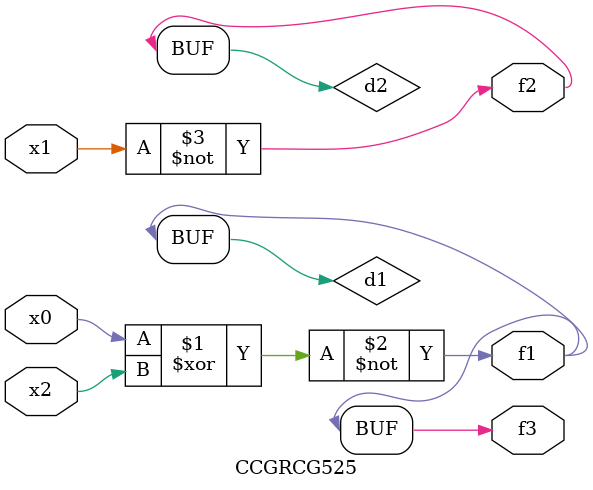
<source format=v>
module CCGRCG525(
	input x0, x1, x2,
	output f1, f2, f3
);

	wire d1, d2, d3;

	xnor (d1, x0, x2);
	nand (d2, x1);
	nor (d3, x1, x2);
	assign f1 = d1;
	assign f2 = d2;
	assign f3 = d1;
endmodule

</source>
